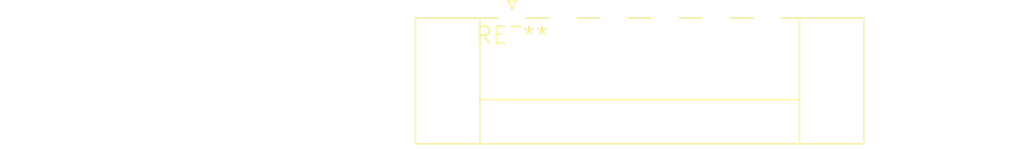
<source format=kicad_pcb>
(kicad_pcb (version 20240108) (generator pcbnew)
  (layers (0 "F.Cu" signal) (31 "B.Cu" signal) (34 "B.Paste" user) (35 "F.Paste" user) (36 "B.SilkS" user "B.Silkscreen") (37 "F.SilkS" user "F.Silkscreen") (38 "B.Mask" user) (39 "F.Mask" user) (44 "Edge.Cuts" user))
  (net 0 "")
  (footprint "PhoenixContact_MC_1,5_6-GF-3.81_1x06_P3.81mm_Horizontal_ThreadedFlange" (layer "F.Cu") (at 0 0)
    (property "Reference" "REF**")
    (property "Value" "PhoenixContact_MC_1,5_6-GF-3.81_1x06_P3.81mm_Horizontal_ThreadedFlange")
    (fp_line (start -7.21 -1.31) (end -7.21 8.11) (layer "F.SilkS") (stroke (width 0.12)))
    (fp_line (start -7.21 -1.31) (end -1.05 -1.31) (layer "F.SilkS") (stroke (width 0.12)))
    (fp_line (start -7.21 8.11) (end 26.26 8.11) (layer "F.SilkS") (stroke (width 0.12)))
    (fp_line (start -2.41 -1.31) (end -2.41 8.11) (layer "F.SilkS") (stroke (width 0.12)))
    (fp_line (start -2.41 4.8) (end 21.46 4.8) (layer "F.SilkS") (stroke (width 0.12)))
    (fp_line (start -0.3 -2.6) (end 0.3 -2.6) (layer "F.SilkS") (stroke (width 0.12)))
    (fp_line (start 0 -2) (end -0.3 -2.6) (layer "F.SilkS") (stroke (width 0.12)))
    (fp_line (start 0.3 -2.6) (end 0 -2) (layer "F.SilkS") (stroke (width 0.12)))
    (fp_line (start 1.05 -1.31) (end 2.76 -1.31) (layer "F.SilkS") (stroke (width 0.12)))
    (fp_line (start 4.86 -1.31) (end 6.57 -1.31) (layer "F.SilkS") (stroke (width 0.12)))
    (fp_line (start 8.67 -1.31) (end 10.38 -1.31) (layer "F.SilkS") (stroke (width 0.12)))
    (fp_line (start 12.48 -1.31) (end 14.19 -1.31) (layer "F.SilkS") (stroke (width 0.12)))
    (fp_line (start 16.29 -1.31) (end 18 -1.31) (layer "F.SilkS") (stroke (width 0.12)))
    (fp_line (start 21.46 -1.31) (end 21.46 8.11) (layer "F.SilkS") (stroke (width 0.12)))
    (fp_line (start 26.26 -1.31) (end 20.1 -1.31) (layer "F.SilkS") (stroke (width 0.12)))
    (fp_line (start 26.26 8.11) (end 26.26 -1.31) (layer "F.SilkS") (stroke (width 0.12)))
    (pad "1" thru_hole roundrect (at 0 0) (size 1.8 3.6) (drill 1.2) (layers *.Cu *.Mask) (remove_unused_layers) (roundrect_rratio 0.138889))
    (pad "2" thru_hole oval (at 3.81 0) (size 1.8 3.6) (drill 1.2) (layers *.Cu *.Mask) (remove_unused_layers))
    (pad "3" thru_hole oval (at 7.62 0) (size 1.8 3.6) (drill 1.2) (layers *.Cu *.Mask) (remove_unused_layers))
    (pad "4" thru_hole oval (at 11.43 0) (size 1.8 3.6) (drill 1.2) (layers *.Cu *.Mask) (remove_unused_layers))
    (pad "5" thru_hole oval (at 15.24 0) (size 1.8 3.6) (drill 1.2) (layers *.Cu *.Mask) (remove_unused_layers))
    (pad "6" thru_hole oval (at 19.05 0) (size 1.8 3.6) (drill 1.2) (layers *.Cu *.Mask) (remove_unused_layers))
  )
)
</source>
